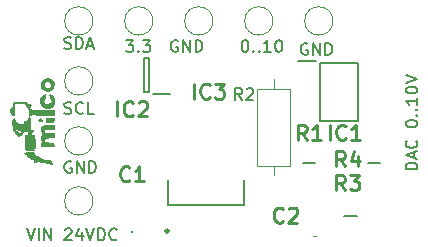
<source format=gbr>
%TF.GenerationSoftware,KiCad,Pcbnew,8.0.1*%
%TF.CreationDate,2024-04-29T14:13:33-04:00*%
%TF.ProjectId,kicad_pcb,6b696361-645f-4706-9362-2e6b69636164,rev?*%
%TF.SameCoordinates,Original*%
%TF.FileFunction,Legend,Top*%
%TF.FilePolarity,Positive*%
%FSLAX46Y46*%
G04 Gerber Fmt 4.6, Leading zero omitted, Abs format (unit mm)*
G04 Created by KiCad (PCBNEW 8.0.1) date 2024-04-29 14:13:33*
%MOMM*%
%LPD*%
G01*
G04 APERTURE LIST*
%ADD10C,0.150000*%
%ADD11C,0.254000*%
%ADD12C,0.120000*%
%ADD13C,0.000000*%
%ADD14C,0.200000*%
%ADD15C,0.250000*%
G04 APERTURE END LIST*
D10*
X145669819Y-85563220D02*
X144669819Y-85563220D01*
X144669819Y-85563220D02*
X144669819Y-85325125D01*
X144669819Y-85325125D02*
X144717438Y-85182268D01*
X144717438Y-85182268D02*
X144812676Y-85087030D01*
X144812676Y-85087030D02*
X144907914Y-85039411D01*
X144907914Y-85039411D02*
X145098390Y-84991792D01*
X145098390Y-84991792D02*
X145241247Y-84991792D01*
X145241247Y-84991792D02*
X145431723Y-85039411D01*
X145431723Y-85039411D02*
X145526961Y-85087030D01*
X145526961Y-85087030D02*
X145622200Y-85182268D01*
X145622200Y-85182268D02*
X145669819Y-85325125D01*
X145669819Y-85325125D02*
X145669819Y-85563220D01*
X145384104Y-84610839D02*
X145384104Y-84134649D01*
X145669819Y-84706077D02*
X144669819Y-84372744D01*
X144669819Y-84372744D02*
X145669819Y-84039411D01*
X145574580Y-83134649D02*
X145622200Y-83182268D01*
X145622200Y-83182268D02*
X145669819Y-83325125D01*
X145669819Y-83325125D02*
X145669819Y-83420363D01*
X145669819Y-83420363D02*
X145622200Y-83563220D01*
X145622200Y-83563220D02*
X145526961Y-83658458D01*
X145526961Y-83658458D02*
X145431723Y-83706077D01*
X145431723Y-83706077D02*
X145241247Y-83753696D01*
X145241247Y-83753696D02*
X145098390Y-83753696D01*
X145098390Y-83753696D02*
X144907914Y-83706077D01*
X144907914Y-83706077D02*
X144812676Y-83658458D01*
X144812676Y-83658458D02*
X144717438Y-83563220D01*
X144717438Y-83563220D02*
X144669819Y-83420363D01*
X144669819Y-83420363D02*
X144669819Y-83325125D01*
X144669819Y-83325125D02*
X144717438Y-83182268D01*
X144717438Y-83182268D02*
X144765057Y-83134649D01*
X144669819Y-81753696D02*
X144669819Y-81658458D01*
X144669819Y-81658458D02*
X144717438Y-81563220D01*
X144717438Y-81563220D02*
X144765057Y-81515601D01*
X144765057Y-81515601D02*
X144860295Y-81467982D01*
X144860295Y-81467982D02*
X145050771Y-81420363D01*
X145050771Y-81420363D02*
X145288866Y-81420363D01*
X145288866Y-81420363D02*
X145479342Y-81467982D01*
X145479342Y-81467982D02*
X145574580Y-81515601D01*
X145574580Y-81515601D02*
X145622200Y-81563220D01*
X145622200Y-81563220D02*
X145669819Y-81658458D01*
X145669819Y-81658458D02*
X145669819Y-81753696D01*
X145669819Y-81753696D02*
X145622200Y-81848934D01*
X145622200Y-81848934D02*
X145574580Y-81896553D01*
X145574580Y-81896553D02*
X145479342Y-81944172D01*
X145479342Y-81944172D02*
X145288866Y-81991791D01*
X145288866Y-81991791D02*
X145050771Y-81991791D01*
X145050771Y-81991791D02*
X144860295Y-81944172D01*
X144860295Y-81944172D02*
X144765057Y-81896553D01*
X144765057Y-81896553D02*
X144717438Y-81848934D01*
X144717438Y-81848934D02*
X144669819Y-81753696D01*
X145574580Y-80991791D02*
X145622200Y-80944172D01*
X145622200Y-80944172D02*
X145669819Y-80991791D01*
X145669819Y-80991791D02*
X145622200Y-81039410D01*
X145622200Y-81039410D02*
X145574580Y-80991791D01*
X145574580Y-80991791D02*
X145669819Y-80991791D01*
X145574580Y-80515601D02*
X145622200Y-80467982D01*
X145622200Y-80467982D02*
X145669819Y-80515601D01*
X145669819Y-80515601D02*
X145622200Y-80563220D01*
X145622200Y-80563220D02*
X145574580Y-80515601D01*
X145574580Y-80515601D02*
X145669819Y-80515601D01*
X145669819Y-79515602D02*
X145669819Y-80087030D01*
X145669819Y-79801316D02*
X144669819Y-79801316D01*
X144669819Y-79801316D02*
X144812676Y-79896554D01*
X144812676Y-79896554D02*
X144907914Y-79991792D01*
X144907914Y-79991792D02*
X144955533Y-80087030D01*
X144669819Y-78896554D02*
X144669819Y-78801316D01*
X144669819Y-78801316D02*
X144717438Y-78706078D01*
X144717438Y-78706078D02*
X144765057Y-78658459D01*
X144765057Y-78658459D02*
X144860295Y-78610840D01*
X144860295Y-78610840D02*
X145050771Y-78563221D01*
X145050771Y-78563221D02*
X145288866Y-78563221D01*
X145288866Y-78563221D02*
X145479342Y-78610840D01*
X145479342Y-78610840D02*
X145574580Y-78658459D01*
X145574580Y-78658459D02*
X145622200Y-78706078D01*
X145622200Y-78706078D02*
X145669819Y-78801316D01*
X145669819Y-78801316D02*
X145669819Y-78896554D01*
X145669819Y-78896554D02*
X145622200Y-78991792D01*
X145622200Y-78991792D02*
X145574580Y-79039411D01*
X145574580Y-79039411D02*
X145479342Y-79087030D01*
X145479342Y-79087030D02*
X145288866Y-79134649D01*
X145288866Y-79134649D02*
X145050771Y-79134649D01*
X145050771Y-79134649D02*
X144860295Y-79087030D01*
X144860295Y-79087030D02*
X144765057Y-79039411D01*
X144765057Y-79039411D02*
X144717438Y-78991792D01*
X144717438Y-78991792D02*
X144669819Y-78896554D01*
X144669819Y-78277506D02*
X145669819Y-77944173D01*
X145669819Y-77944173D02*
X144669819Y-77610840D01*
X125360588Y-74667438D02*
X125265350Y-74619819D01*
X125265350Y-74619819D02*
X125122493Y-74619819D01*
X125122493Y-74619819D02*
X124979636Y-74667438D01*
X124979636Y-74667438D02*
X124884398Y-74762676D01*
X124884398Y-74762676D02*
X124836779Y-74857914D01*
X124836779Y-74857914D02*
X124789160Y-75048390D01*
X124789160Y-75048390D02*
X124789160Y-75191247D01*
X124789160Y-75191247D02*
X124836779Y-75381723D01*
X124836779Y-75381723D02*
X124884398Y-75476961D01*
X124884398Y-75476961D02*
X124979636Y-75572200D01*
X124979636Y-75572200D02*
X125122493Y-75619819D01*
X125122493Y-75619819D02*
X125217731Y-75619819D01*
X125217731Y-75619819D02*
X125360588Y-75572200D01*
X125360588Y-75572200D02*
X125408207Y-75524580D01*
X125408207Y-75524580D02*
X125408207Y-75191247D01*
X125408207Y-75191247D02*
X125217731Y-75191247D01*
X125836779Y-75619819D02*
X125836779Y-74619819D01*
X125836779Y-74619819D02*
X126408207Y-75619819D01*
X126408207Y-75619819D02*
X126408207Y-74619819D01*
X126884398Y-75619819D02*
X126884398Y-74619819D01*
X126884398Y-74619819D02*
X127122493Y-74619819D01*
X127122493Y-74619819D02*
X127265350Y-74667438D01*
X127265350Y-74667438D02*
X127360588Y-74762676D01*
X127360588Y-74762676D02*
X127408207Y-74857914D01*
X127408207Y-74857914D02*
X127455826Y-75048390D01*
X127455826Y-75048390D02*
X127455826Y-75191247D01*
X127455826Y-75191247D02*
X127408207Y-75381723D01*
X127408207Y-75381723D02*
X127360588Y-75476961D01*
X127360588Y-75476961D02*
X127265350Y-75572200D01*
X127265350Y-75572200D02*
X127122493Y-75619819D01*
X127122493Y-75619819D02*
X126884398Y-75619819D01*
X136360588Y-74917438D02*
X136265350Y-74869819D01*
X136265350Y-74869819D02*
X136122493Y-74869819D01*
X136122493Y-74869819D02*
X135979636Y-74917438D01*
X135979636Y-74917438D02*
X135884398Y-75012676D01*
X135884398Y-75012676D02*
X135836779Y-75107914D01*
X135836779Y-75107914D02*
X135789160Y-75298390D01*
X135789160Y-75298390D02*
X135789160Y-75441247D01*
X135789160Y-75441247D02*
X135836779Y-75631723D01*
X135836779Y-75631723D02*
X135884398Y-75726961D01*
X135884398Y-75726961D02*
X135979636Y-75822200D01*
X135979636Y-75822200D02*
X136122493Y-75869819D01*
X136122493Y-75869819D02*
X136217731Y-75869819D01*
X136217731Y-75869819D02*
X136360588Y-75822200D01*
X136360588Y-75822200D02*
X136408207Y-75774580D01*
X136408207Y-75774580D02*
X136408207Y-75441247D01*
X136408207Y-75441247D02*
X136217731Y-75441247D01*
X136836779Y-75869819D02*
X136836779Y-74869819D01*
X136836779Y-74869819D02*
X137408207Y-75869819D01*
X137408207Y-75869819D02*
X137408207Y-74869819D01*
X137884398Y-75869819D02*
X137884398Y-74869819D01*
X137884398Y-74869819D02*
X138122493Y-74869819D01*
X138122493Y-74869819D02*
X138265350Y-74917438D01*
X138265350Y-74917438D02*
X138360588Y-75012676D01*
X138360588Y-75012676D02*
X138408207Y-75107914D01*
X138408207Y-75107914D02*
X138455826Y-75298390D01*
X138455826Y-75298390D02*
X138455826Y-75441247D01*
X138455826Y-75441247D02*
X138408207Y-75631723D01*
X138408207Y-75631723D02*
X138360588Y-75726961D01*
X138360588Y-75726961D02*
X138265350Y-75822200D01*
X138265350Y-75822200D02*
X138122493Y-75869819D01*
X138122493Y-75869819D02*
X137884398Y-75869819D01*
X131027255Y-74619819D02*
X131122493Y-74619819D01*
X131122493Y-74619819D02*
X131217731Y-74667438D01*
X131217731Y-74667438D02*
X131265350Y-74715057D01*
X131265350Y-74715057D02*
X131312969Y-74810295D01*
X131312969Y-74810295D02*
X131360588Y-75000771D01*
X131360588Y-75000771D02*
X131360588Y-75238866D01*
X131360588Y-75238866D02*
X131312969Y-75429342D01*
X131312969Y-75429342D02*
X131265350Y-75524580D01*
X131265350Y-75524580D02*
X131217731Y-75572200D01*
X131217731Y-75572200D02*
X131122493Y-75619819D01*
X131122493Y-75619819D02*
X131027255Y-75619819D01*
X131027255Y-75619819D02*
X130932017Y-75572200D01*
X130932017Y-75572200D02*
X130884398Y-75524580D01*
X130884398Y-75524580D02*
X130836779Y-75429342D01*
X130836779Y-75429342D02*
X130789160Y-75238866D01*
X130789160Y-75238866D02*
X130789160Y-75000771D01*
X130789160Y-75000771D02*
X130836779Y-74810295D01*
X130836779Y-74810295D02*
X130884398Y-74715057D01*
X130884398Y-74715057D02*
X130932017Y-74667438D01*
X130932017Y-74667438D02*
X131027255Y-74619819D01*
X131789160Y-75524580D02*
X131836779Y-75572200D01*
X131836779Y-75572200D02*
X131789160Y-75619819D01*
X131789160Y-75619819D02*
X131741541Y-75572200D01*
X131741541Y-75572200D02*
X131789160Y-75524580D01*
X131789160Y-75524580D02*
X131789160Y-75619819D01*
X132265350Y-75524580D02*
X132312969Y-75572200D01*
X132312969Y-75572200D02*
X132265350Y-75619819D01*
X132265350Y-75619819D02*
X132217731Y-75572200D01*
X132217731Y-75572200D02*
X132265350Y-75524580D01*
X132265350Y-75524580D02*
X132265350Y-75619819D01*
X133265349Y-75619819D02*
X132693921Y-75619819D01*
X132979635Y-75619819D02*
X132979635Y-74619819D01*
X132979635Y-74619819D02*
X132884397Y-74762676D01*
X132884397Y-74762676D02*
X132789159Y-74857914D01*
X132789159Y-74857914D02*
X132693921Y-74905533D01*
X133884397Y-74619819D02*
X133979635Y-74619819D01*
X133979635Y-74619819D02*
X134074873Y-74667438D01*
X134074873Y-74667438D02*
X134122492Y-74715057D01*
X134122492Y-74715057D02*
X134170111Y-74810295D01*
X134170111Y-74810295D02*
X134217730Y-75000771D01*
X134217730Y-75000771D02*
X134217730Y-75238866D01*
X134217730Y-75238866D02*
X134170111Y-75429342D01*
X134170111Y-75429342D02*
X134122492Y-75524580D01*
X134122492Y-75524580D02*
X134074873Y-75572200D01*
X134074873Y-75572200D02*
X133979635Y-75619819D01*
X133979635Y-75619819D02*
X133884397Y-75619819D01*
X133884397Y-75619819D02*
X133789159Y-75572200D01*
X133789159Y-75572200D02*
X133741540Y-75524580D01*
X133741540Y-75524580D02*
X133693921Y-75429342D01*
X133693921Y-75429342D02*
X133646302Y-75238866D01*
X133646302Y-75238866D02*
X133646302Y-75000771D01*
X133646302Y-75000771D02*
X133693921Y-74810295D01*
X133693921Y-74810295D02*
X133741540Y-74715057D01*
X133741540Y-74715057D02*
X133789159Y-74667438D01*
X133789159Y-74667438D02*
X133884397Y-74619819D01*
X120991541Y-74619819D02*
X121610588Y-74619819D01*
X121610588Y-74619819D02*
X121277255Y-75000771D01*
X121277255Y-75000771D02*
X121420112Y-75000771D01*
X121420112Y-75000771D02*
X121515350Y-75048390D01*
X121515350Y-75048390D02*
X121562969Y-75096009D01*
X121562969Y-75096009D02*
X121610588Y-75191247D01*
X121610588Y-75191247D02*
X121610588Y-75429342D01*
X121610588Y-75429342D02*
X121562969Y-75524580D01*
X121562969Y-75524580D02*
X121515350Y-75572200D01*
X121515350Y-75572200D02*
X121420112Y-75619819D01*
X121420112Y-75619819D02*
X121134398Y-75619819D01*
X121134398Y-75619819D02*
X121039160Y-75572200D01*
X121039160Y-75572200D02*
X120991541Y-75524580D01*
X122039160Y-75524580D02*
X122086779Y-75572200D01*
X122086779Y-75572200D02*
X122039160Y-75619819D01*
X122039160Y-75619819D02*
X121991541Y-75572200D01*
X121991541Y-75572200D02*
X122039160Y-75524580D01*
X122039160Y-75524580D02*
X122039160Y-75619819D01*
X122420112Y-74619819D02*
X123039159Y-74619819D01*
X123039159Y-74619819D02*
X122705826Y-75000771D01*
X122705826Y-75000771D02*
X122848683Y-75000771D01*
X122848683Y-75000771D02*
X122943921Y-75048390D01*
X122943921Y-75048390D02*
X122991540Y-75096009D01*
X122991540Y-75096009D02*
X123039159Y-75191247D01*
X123039159Y-75191247D02*
X123039159Y-75429342D01*
X123039159Y-75429342D02*
X122991540Y-75524580D01*
X122991540Y-75524580D02*
X122943921Y-75572200D01*
X122943921Y-75572200D02*
X122848683Y-75619819D01*
X122848683Y-75619819D02*
X122562969Y-75619819D01*
X122562969Y-75619819D02*
X122467731Y-75572200D01*
X122467731Y-75572200D02*
X122420112Y-75524580D01*
X112593922Y-90569819D02*
X112927255Y-91569819D01*
X112927255Y-91569819D02*
X113260588Y-90569819D01*
X113593922Y-91569819D02*
X113593922Y-90569819D01*
X114070112Y-91569819D02*
X114070112Y-90569819D01*
X114070112Y-90569819D02*
X114641540Y-91569819D01*
X114641540Y-91569819D02*
X114641540Y-90569819D01*
X115832017Y-90665057D02*
X115879636Y-90617438D01*
X115879636Y-90617438D02*
X115974874Y-90569819D01*
X115974874Y-90569819D02*
X116212969Y-90569819D01*
X116212969Y-90569819D02*
X116308207Y-90617438D01*
X116308207Y-90617438D02*
X116355826Y-90665057D01*
X116355826Y-90665057D02*
X116403445Y-90760295D01*
X116403445Y-90760295D02*
X116403445Y-90855533D01*
X116403445Y-90855533D02*
X116355826Y-90998390D01*
X116355826Y-90998390D02*
X115784398Y-91569819D01*
X115784398Y-91569819D02*
X116403445Y-91569819D01*
X117260588Y-90903152D02*
X117260588Y-91569819D01*
X117022493Y-90522200D02*
X116784398Y-91236485D01*
X116784398Y-91236485D02*
X117403445Y-91236485D01*
X117641541Y-90569819D02*
X117974874Y-91569819D01*
X117974874Y-91569819D02*
X118308207Y-90569819D01*
X118641541Y-91569819D02*
X118641541Y-90569819D01*
X118641541Y-90569819D02*
X118879636Y-90569819D01*
X118879636Y-90569819D02*
X119022493Y-90617438D01*
X119022493Y-90617438D02*
X119117731Y-90712676D01*
X119117731Y-90712676D02*
X119165350Y-90807914D01*
X119165350Y-90807914D02*
X119212969Y-90998390D01*
X119212969Y-90998390D02*
X119212969Y-91141247D01*
X119212969Y-91141247D02*
X119165350Y-91331723D01*
X119165350Y-91331723D02*
X119117731Y-91426961D01*
X119117731Y-91426961D02*
X119022493Y-91522200D01*
X119022493Y-91522200D02*
X118879636Y-91569819D01*
X118879636Y-91569819D02*
X118641541Y-91569819D01*
X120212969Y-91474580D02*
X120165350Y-91522200D01*
X120165350Y-91522200D02*
X120022493Y-91569819D01*
X120022493Y-91569819D02*
X119927255Y-91569819D01*
X119927255Y-91569819D02*
X119784398Y-91522200D01*
X119784398Y-91522200D02*
X119689160Y-91426961D01*
X119689160Y-91426961D02*
X119641541Y-91331723D01*
X119641541Y-91331723D02*
X119593922Y-91141247D01*
X119593922Y-91141247D02*
X119593922Y-90998390D01*
X119593922Y-90998390D02*
X119641541Y-90807914D01*
X119641541Y-90807914D02*
X119689160Y-90712676D01*
X119689160Y-90712676D02*
X119784398Y-90617438D01*
X119784398Y-90617438D02*
X119927255Y-90569819D01*
X119927255Y-90569819D02*
X120022493Y-90569819D01*
X120022493Y-90569819D02*
X120165350Y-90617438D01*
X120165350Y-90617438D02*
X120212969Y-90665057D01*
X116360588Y-84917438D02*
X116265350Y-84869819D01*
X116265350Y-84869819D02*
X116122493Y-84869819D01*
X116122493Y-84869819D02*
X115979636Y-84917438D01*
X115979636Y-84917438D02*
X115884398Y-85012676D01*
X115884398Y-85012676D02*
X115836779Y-85107914D01*
X115836779Y-85107914D02*
X115789160Y-85298390D01*
X115789160Y-85298390D02*
X115789160Y-85441247D01*
X115789160Y-85441247D02*
X115836779Y-85631723D01*
X115836779Y-85631723D02*
X115884398Y-85726961D01*
X115884398Y-85726961D02*
X115979636Y-85822200D01*
X115979636Y-85822200D02*
X116122493Y-85869819D01*
X116122493Y-85869819D02*
X116217731Y-85869819D01*
X116217731Y-85869819D02*
X116360588Y-85822200D01*
X116360588Y-85822200D02*
X116408207Y-85774580D01*
X116408207Y-85774580D02*
X116408207Y-85441247D01*
X116408207Y-85441247D02*
X116217731Y-85441247D01*
X116836779Y-85869819D02*
X116836779Y-84869819D01*
X116836779Y-84869819D02*
X117408207Y-85869819D01*
X117408207Y-85869819D02*
X117408207Y-84869819D01*
X117884398Y-85869819D02*
X117884398Y-84869819D01*
X117884398Y-84869819D02*
X118122493Y-84869819D01*
X118122493Y-84869819D02*
X118265350Y-84917438D01*
X118265350Y-84917438D02*
X118360588Y-85012676D01*
X118360588Y-85012676D02*
X118408207Y-85107914D01*
X118408207Y-85107914D02*
X118455826Y-85298390D01*
X118455826Y-85298390D02*
X118455826Y-85441247D01*
X118455826Y-85441247D02*
X118408207Y-85631723D01*
X118408207Y-85631723D02*
X118360588Y-85726961D01*
X118360588Y-85726961D02*
X118265350Y-85822200D01*
X118265350Y-85822200D02*
X118122493Y-85869819D01*
X118122493Y-85869819D02*
X117884398Y-85869819D01*
X115789160Y-80822200D02*
X115932017Y-80869819D01*
X115932017Y-80869819D02*
X116170112Y-80869819D01*
X116170112Y-80869819D02*
X116265350Y-80822200D01*
X116265350Y-80822200D02*
X116312969Y-80774580D01*
X116312969Y-80774580D02*
X116360588Y-80679342D01*
X116360588Y-80679342D02*
X116360588Y-80584104D01*
X116360588Y-80584104D02*
X116312969Y-80488866D01*
X116312969Y-80488866D02*
X116265350Y-80441247D01*
X116265350Y-80441247D02*
X116170112Y-80393628D01*
X116170112Y-80393628D02*
X115979636Y-80346009D01*
X115979636Y-80346009D02*
X115884398Y-80298390D01*
X115884398Y-80298390D02*
X115836779Y-80250771D01*
X115836779Y-80250771D02*
X115789160Y-80155533D01*
X115789160Y-80155533D02*
X115789160Y-80060295D01*
X115789160Y-80060295D02*
X115836779Y-79965057D01*
X115836779Y-79965057D02*
X115884398Y-79917438D01*
X115884398Y-79917438D02*
X115979636Y-79869819D01*
X115979636Y-79869819D02*
X116217731Y-79869819D01*
X116217731Y-79869819D02*
X116360588Y-79917438D01*
X117360588Y-80774580D02*
X117312969Y-80822200D01*
X117312969Y-80822200D02*
X117170112Y-80869819D01*
X117170112Y-80869819D02*
X117074874Y-80869819D01*
X117074874Y-80869819D02*
X116932017Y-80822200D01*
X116932017Y-80822200D02*
X116836779Y-80726961D01*
X116836779Y-80726961D02*
X116789160Y-80631723D01*
X116789160Y-80631723D02*
X116741541Y-80441247D01*
X116741541Y-80441247D02*
X116741541Y-80298390D01*
X116741541Y-80298390D02*
X116789160Y-80107914D01*
X116789160Y-80107914D02*
X116836779Y-80012676D01*
X116836779Y-80012676D02*
X116932017Y-79917438D01*
X116932017Y-79917438D02*
X117074874Y-79869819D01*
X117074874Y-79869819D02*
X117170112Y-79869819D01*
X117170112Y-79869819D02*
X117312969Y-79917438D01*
X117312969Y-79917438D02*
X117360588Y-79965057D01*
X118265350Y-80869819D02*
X117789160Y-80869819D01*
X117789160Y-80869819D02*
X117789160Y-79869819D01*
X115789160Y-75322200D02*
X115932017Y-75369819D01*
X115932017Y-75369819D02*
X116170112Y-75369819D01*
X116170112Y-75369819D02*
X116265350Y-75322200D01*
X116265350Y-75322200D02*
X116312969Y-75274580D01*
X116312969Y-75274580D02*
X116360588Y-75179342D01*
X116360588Y-75179342D02*
X116360588Y-75084104D01*
X116360588Y-75084104D02*
X116312969Y-74988866D01*
X116312969Y-74988866D02*
X116265350Y-74941247D01*
X116265350Y-74941247D02*
X116170112Y-74893628D01*
X116170112Y-74893628D02*
X115979636Y-74846009D01*
X115979636Y-74846009D02*
X115884398Y-74798390D01*
X115884398Y-74798390D02*
X115836779Y-74750771D01*
X115836779Y-74750771D02*
X115789160Y-74655533D01*
X115789160Y-74655533D02*
X115789160Y-74560295D01*
X115789160Y-74560295D02*
X115836779Y-74465057D01*
X115836779Y-74465057D02*
X115884398Y-74417438D01*
X115884398Y-74417438D02*
X115979636Y-74369819D01*
X115979636Y-74369819D02*
X116217731Y-74369819D01*
X116217731Y-74369819D02*
X116360588Y-74417438D01*
X116789160Y-75369819D02*
X116789160Y-74369819D01*
X116789160Y-74369819D02*
X117027255Y-74369819D01*
X117027255Y-74369819D02*
X117170112Y-74417438D01*
X117170112Y-74417438D02*
X117265350Y-74512676D01*
X117265350Y-74512676D02*
X117312969Y-74607914D01*
X117312969Y-74607914D02*
X117360588Y-74798390D01*
X117360588Y-74798390D02*
X117360588Y-74941247D01*
X117360588Y-74941247D02*
X117312969Y-75131723D01*
X117312969Y-75131723D02*
X117265350Y-75226961D01*
X117265350Y-75226961D02*
X117170112Y-75322200D01*
X117170112Y-75322200D02*
X117027255Y-75369819D01*
X117027255Y-75369819D02*
X116789160Y-75369819D01*
X117741541Y-75084104D02*
X118217731Y-75084104D01*
X117646303Y-75369819D02*
X117979636Y-74369819D01*
X117979636Y-74369819D02*
X118312969Y-75369819D01*
D11*
X138260237Y-83074318D02*
X138260237Y-81804318D01*
X139590714Y-82953365D02*
X139530238Y-83013842D01*
X139530238Y-83013842D02*
X139348809Y-83074318D01*
X139348809Y-83074318D02*
X139227857Y-83074318D01*
X139227857Y-83074318D02*
X139046428Y-83013842D01*
X139046428Y-83013842D02*
X138925476Y-82892889D01*
X138925476Y-82892889D02*
X138864999Y-82771937D01*
X138864999Y-82771937D02*
X138804523Y-82530032D01*
X138804523Y-82530032D02*
X138804523Y-82348603D01*
X138804523Y-82348603D02*
X138864999Y-82106699D01*
X138864999Y-82106699D02*
X138925476Y-81985746D01*
X138925476Y-81985746D02*
X139046428Y-81864794D01*
X139046428Y-81864794D02*
X139227857Y-81804318D01*
X139227857Y-81804318D02*
X139348809Y-81804318D01*
X139348809Y-81804318D02*
X139530238Y-81864794D01*
X139530238Y-81864794D02*
X139590714Y-81925270D01*
X140800238Y-83074318D02*
X140074523Y-83074318D01*
X140437380Y-83074318D02*
X140437380Y-81804318D01*
X140437380Y-81804318D02*
X140316428Y-81985746D01*
X140316428Y-81985746D02*
X140195476Y-82106699D01*
X140195476Y-82106699D02*
X140074523Y-82167175D01*
X120260237Y-81074318D02*
X120260237Y-79804318D01*
X121590714Y-80953365D02*
X121530238Y-81013842D01*
X121530238Y-81013842D02*
X121348809Y-81074318D01*
X121348809Y-81074318D02*
X121227857Y-81074318D01*
X121227857Y-81074318D02*
X121046428Y-81013842D01*
X121046428Y-81013842D02*
X120925476Y-80892889D01*
X120925476Y-80892889D02*
X120864999Y-80771937D01*
X120864999Y-80771937D02*
X120804523Y-80530032D01*
X120804523Y-80530032D02*
X120804523Y-80348603D01*
X120804523Y-80348603D02*
X120864999Y-80106699D01*
X120864999Y-80106699D02*
X120925476Y-79985746D01*
X120925476Y-79985746D02*
X121046428Y-79864794D01*
X121046428Y-79864794D02*
X121227857Y-79804318D01*
X121227857Y-79804318D02*
X121348809Y-79804318D01*
X121348809Y-79804318D02*
X121530238Y-79864794D01*
X121530238Y-79864794D02*
X121590714Y-79925270D01*
X122074523Y-79925270D02*
X122134999Y-79864794D01*
X122134999Y-79864794D02*
X122255952Y-79804318D01*
X122255952Y-79804318D02*
X122558333Y-79804318D01*
X122558333Y-79804318D02*
X122679285Y-79864794D01*
X122679285Y-79864794D02*
X122739761Y-79925270D01*
X122739761Y-79925270D02*
X122800238Y-80046222D01*
X122800238Y-80046222D02*
X122800238Y-80167175D01*
X122800238Y-80167175D02*
X122739761Y-80348603D01*
X122739761Y-80348603D02*
X122014047Y-81074318D01*
X122014047Y-81074318D02*
X122800238Y-81074318D01*
X139538333Y-85324318D02*
X139114999Y-84719556D01*
X138812618Y-85324318D02*
X138812618Y-84054318D01*
X138812618Y-84054318D02*
X139296428Y-84054318D01*
X139296428Y-84054318D02*
X139417380Y-84114794D01*
X139417380Y-84114794D02*
X139477857Y-84175270D01*
X139477857Y-84175270D02*
X139538333Y-84296222D01*
X139538333Y-84296222D02*
X139538333Y-84477651D01*
X139538333Y-84477651D02*
X139477857Y-84598603D01*
X139477857Y-84598603D02*
X139417380Y-84659080D01*
X139417380Y-84659080D02*
X139296428Y-84719556D01*
X139296428Y-84719556D02*
X138812618Y-84719556D01*
X140626904Y-84477651D02*
X140626904Y-85324318D01*
X140324523Y-83993842D02*
X140022142Y-84900984D01*
X140022142Y-84900984D02*
X140808333Y-84900984D01*
X139538333Y-87324318D02*
X139114999Y-86719556D01*
X138812618Y-87324318D02*
X138812618Y-86054318D01*
X138812618Y-86054318D02*
X139296428Y-86054318D01*
X139296428Y-86054318D02*
X139417380Y-86114794D01*
X139417380Y-86114794D02*
X139477857Y-86175270D01*
X139477857Y-86175270D02*
X139538333Y-86296222D01*
X139538333Y-86296222D02*
X139538333Y-86477651D01*
X139538333Y-86477651D02*
X139477857Y-86598603D01*
X139477857Y-86598603D02*
X139417380Y-86659080D01*
X139417380Y-86659080D02*
X139296428Y-86719556D01*
X139296428Y-86719556D02*
X138812618Y-86719556D01*
X139961666Y-86054318D02*
X140747857Y-86054318D01*
X140747857Y-86054318D02*
X140324523Y-86538127D01*
X140324523Y-86538127D02*
X140505952Y-86538127D01*
X140505952Y-86538127D02*
X140626904Y-86598603D01*
X140626904Y-86598603D02*
X140687380Y-86659080D01*
X140687380Y-86659080D02*
X140747857Y-86780032D01*
X140747857Y-86780032D02*
X140747857Y-87082413D01*
X140747857Y-87082413D02*
X140687380Y-87203365D01*
X140687380Y-87203365D02*
X140626904Y-87263842D01*
X140626904Y-87263842D02*
X140505952Y-87324318D01*
X140505952Y-87324318D02*
X140143095Y-87324318D01*
X140143095Y-87324318D02*
X140022142Y-87263842D01*
X140022142Y-87263842D02*
X139961666Y-87203365D01*
D10*
X130833333Y-79704819D02*
X130500000Y-79228628D01*
X130261905Y-79704819D02*
X130261905Y-78704819D01*
X130261905Y-78704819D02*
X130642857Y-78704819D01*
X130642857Y-78704819D02*
X130738095Y-78752438D01*
X130738095Y-78752438D02*
X130785714Y-78800057D01*
X130785714Y-78800057D02*
X130833333Y-78895295D01*
X130833333Y-78895295D02*
X130833333Y-79038152D01*
X130833333Y-79038152D02*
X130785714Y-79133390D01*
X130785714Y-79133390D02*
X130738095Y-79181009D01*
X130738095Y-79181009D02*
X130642857Y-79228628D01*
X130642857Y-79228628D02*
X130261905Y-79228628D01*
X131214286Y-78800057D02*
X131261905Y-78752438D01*
X131261905Y-78752438D02*
X131357143Y-78704819D01*
X131357143Y-78704819D02*
X131595238Y-78704819D01*
X131595238Y-78704819D02*
X131690476Y-78752438D01*
X131690476Y-78752438D02*
X131738095Y-78800057D01*
X131738095Y-78800057D02*
X131785714Y-78895295D01*
X131785714Y-78895295D02*
X131785714Y-78990533D01*
X131785714Y-78990533D02*
X131738095Y-79133390D01*
X131738095Y-79133390D02*
X131166667Y-79704819D01*
X131166667Y-79704819D02*
X131785714Y-79704819D01*
D11*
X136288333Y-83074318D02*
X135864999Y-82469556D01*
X135562618Y-83074318D02*
X135562618Y-81804318D01*
X135562618Y-81804318D02*
X136046428Y-81804318D01*
X136046428Y-81804318D02*
X136167380Y-81864794D01*
X136167380Y-81864794D02*
X136227857Y-81925270D01*
X136227857Y-81925270D02*
X136288333Y-82046222D01*
X136288333Y-82046222D02*
X136288333Y-82227651D01*
X136288333Y-82227651D02*
X136227857Y-82348603D01*
X136227857Y-82348603D02*
X136167380Y-82409080D01*
X136167380Y-82409080D02*
X136046428Y-82469556D01*
X136046428Y-82469556D02*
X135562618Y-82469556D01*
X137497857Y-83074318D02*
X136772142Y-83074318D01*
X137134999Y-83074318D02*
X137134999Y-81804318D01*
X137134999Y-81804318D02*
X137014047Y-81985746D01*
X137014047Y-81985746D02*
X136893095Y-82106699D01*
X136893095Y-82106699D02*
X136772142Y-82167175D01*
X126760237Y-79574318D02*
X126760237Y-78304318D01*
X128090714Y-79453365D02*
X128030238Y-79513842D01*
X128030238Y-79513842D02*
X127848809Y-79574318D01*
X127848809Y-79574318D02*
X127727857Y-79574318D01*
X127727857Y-79574318D02*
X127546428Y-79513842D01*
X127546428Y-79513842D02*
X127425476Y-79392889D01*
X127425476Y-79392889D02*
X127364999Y-79271937D01*
X127364999Y-79271937D02*
X127304523Y-79030032D01*
X127304523Y-79030032D02*
X127304523Y-78848603D01*
X127304523Y-78848603D02*
X127364999Y-78606699D01*
X127364999Y-78606699D02*
X127425476Y-78485746D01*
X127425476Y-78485746D02*
X127546428Y-78364794D01*
X127546428Y-78364794D02*
X127727857Y-78304318D01*
X127727857Y-78304318D02*
X127848809Y-78304318D01*
X127848809Y-78304318D02*
X128030238Y-78364794D01*
X128030238Y-78364794D02*
X128090714Y-78425270D01*
X128514047Y-78304318D02*
X129300238Y-78304318D01*
X129300238Y-78304318D02*
X128876904Y-78788127D01*
X128876904Y-78788127D02*
X129058333Y-78788127D01*
X129058333Y-78788127D02*
X129179285Y-78848603D01*
X129179285Y-78848603D02*
X129239761Y-78909080D01*
X129239761Y-78909080D02*
X129300238Y-79030032D01*
X129300238Y-79030032D02*
X129300238Y-79332413D01*
X129300238Y-79332413D02*
X129239761Y-79453365D01*
X129239761Y-79453365D02*
X129179285Y-79513842D01*
X129179285Y-79513842D02*
X129058333Y-79574318D01*
X129058333Y-79574318D02*
X128695476Y-79574318D01*
X128695476Y-79574318D02*
X128574523Y-79513842D01*
X128574523Y-79513842D02*
X128514047Y-79453365D01*
X134288333Y-89953365D02*
X134227857Y-90013842D01*
X134227857Y-90013842D02*
X134046428Y-90074318D01*
X134046428Y-90074318D02*
X133925476Y-90074318D01*
X133925476Y-90074318D02*
X133744047Y-90013842D01*
X133744047Y-90013842D02*
X133623095Y-89892889D01*
X133623095Y-89892889D02*
X133562618Y-89771937D01*
X133562618Y-89771937D02*
X133502142Y-89530032D01*
X133502142Y-89530032D02*
X133502142Y-89348603D01*
X133502142Y-89348603D02*
X133562618Y-89106699D01*
X133562618Y-89106699D02*
X133623095Y-88985746D01*
X133623095Y-88985746D02*
X133744047Y-88864794D01*
X133744047Y-88864794D02*
X133925476Y-88804318D01*
X133925476Y-88804318D02*
X134046428Y-88804318D01*
X134046428Y-88804318D02*
X134227857Y-88864794D01*
X134227857Y-88864794D02*
X134288333Y-88925270D01*
X134772142Y-88925270D02*
X134832618Y-88864794D01*
X134832618Y-88864794D02*
X134953571Y-88804318D01*
X134953571Y-88804318D02*
X135255952Y-88804318D01*
X135255952Y-88804318D02*
X135376904Y-88864794D01*
X135376904Y-88864794D02*
X135437380Y-88925270D01*
X135437380Y-88925270D02*
X135497857Y-89046222D01*
X135497857Y-89046222D02*
X135497857Y-89167175D01*
X135497857Y-89167175D02*
X135437380Y-89348603D01*
X135437380Y-89348603D02*
X134711666Y-90074318D01*
X134711666Y-90074318D02*
X135497857Y-90074318D01*
X121288333Y-86453365D02*
X121227857Y-86513842D01*
X121227857Y-86513842D02*
X121046428Y-86574318D01*
X121046428Y-86574318D02*
X120925476Y-86574318D01*
X120925476Y-86574318D02*
X120744047Y-86513842D01*
X120744047Y-86513842D02*
X120623095Y-86392889D01*
X120623095Y-86392889D02*
X120562618Y-86271937D01*
X120562618Y-86271937D02*
X120502142Y-86030032D01*
X120502142Y-86030032D02*
X120502142Y-85848603D01*
X120502142Y-85848603D02*
X120562618Y-85606699D01*
X120562618Y-85606699D02*
X120623095Y-85485746D01*
X120623095Y-85485746D02*
X120744047Y-85364794D01*
X120744047Y-85364794D02*
X120925476Y-85304318D01*
X120925476Y-85304318D02*
X121046428Y-85304318D01*
X121046428Y-85304318D02*
X121227857Y-85364794D01*
X121227857Y-85364794D02*
X121288333Y-85425270D01*
X122497857Y-86574318D02*
X121772142Y-86574318D01*
X122134999Y-86574318D02*
X122134999Y-85304318D01*
X122134999Y-85304318D02*
X122014047Y-85485746D01*
X122014047Y-85485746D02*
X121893095Y-85606699D01*
X121893095Y-85606699D02*
X121772142Y-85667175D01*
D12*
%TO.C,TP8*%
X128360000Y-73000000D02*
G75*
G02*
X125960000Y-73000000I-1200000J0D01*
G01*
X125960000Y-73000000D02*
G75*
G02*
X128360000Y-73000000I1200000J0D01*
G01*
%TO.C,TP7*%
X138520000Y-73000000D02*
G75*
G02*
X136120000Y-73000000I-1200000J0D01*
G01*
X136120000Y-73000000D02*
G75*
G02*
X138520000Y-73000000I1200000J0D01*
G01*
%TO.C,TP6*%
X133440000Y-73000000D02*
G75*
G02*
X131040000Y-73000000I-1200000J0D01*
G01*
X131040000Y-73000000D02*
G75*
G02*
X133440000Y-73000000I1200000J0D01*
G01*
%TO.C,TP5*%
X118200000Y-83160000D02*
G75*
G02*
X115800000Y-83160000I-1200000J0D01*
G01*
X115800000Y-83160000D02*
G75*
G02*
X118200000Y-83160000I1200000J0D01*
G01*
%TO.C,TP4*%
X118200000Y-73000000D02*
G75*
G02*
X115800000Y-73000000I-1200000J0D01*
G01*
X115800000Y-73000000D02*
G75*
G02*
X118200000Y-73000000I1200000J0D01*
G01*
%TO.C,TP3*%
X118200000Y-78080000D02*
G75*
G02*
X115800000Y-78080000I-1200000J0D01*
G01*
X115800000Y-78080000D02*
G75*
G02*
X118200000Y-78080000I1200000J0D01*
G01*
%TO.C,TP2*%
X123280000Y-73000000D02*
G75*
G02*
X120880000Y-73000000I-1200000J0D01*
G01*
X120880000Y-73000000D02*
G75*
G02*
X123280000Y-73000000I1200000J0D01*
G01*
%TO.C,TP1*%
X118200000Y-88240000D02*
G75*
G02*
X115800000Y-88240000I-1200000J0D01*
G01*
X115800000Y-88240000D02*
G75*
G02*
X118200000Y-88240000I1200000J0D01*
G01*
D13*
%TO.C,G\u002A\u002A\u002A*%
G36*
X113868763Y-81279115D02*
G01*
X113955689Y-81370813D01*
X113966004Y-81409710D01*
X113940292Y-81530297D01*
X113849382Y-81583845D01*
X113715624Y-81581922D01*
X113619167Y-81509292D01*
X113590606Y-81401074D01*
X113624780Y-81326034D01*
X113741237Y-81259965D01*
X113868763Y-81279115D01*
G37*
G36*
X114947553Y-81389658D02*
G01*
X114936463Y-81539446D01*
X114909526Y-81629402D01*
X114907140Y-81632140D01*
X114828215Y-81654844D01*
X114669316Y-81669505D01*
X114543417Y-81672554D01*
X114220107Y-81672554D01*
X114220107Y-81187589D01*
X114947553Y-81187589D01*
X114947553Y-81389658D01*
G37*
G36*
X114515170Y-77826847D02*
G01*
X114715262Y-77914706D01*
X114874122Y-78063011D01*
X114975639Y-78252659D01*
X115003700Y-78464547D01*
X114942195Y-78679572D01*
X114830976Y-78828052D01*
X114624428Y-78963102D01*
X114390001Y-79008118D01*
X114320883Y-78996974D01*
X114157748Y-78970671D01*
X113957725Y-78858327D01*
X113819985Y-78678657D01*
X113783539Y-78564265D01*
X113787939Y-78345690D01*
X114126870Y-78345690D01*
X114134118Y-78493215D01*
X114211191Y-78598933D01*
X114320883Y-78682766D01*
X114429533Y-78678499D01*
X114490330Y-78653728D01*
X114611175Y-78543696D01*
X114644914Y-78392630D01*
X114584652Y-78247506D01*
X114554307Y-78217837D01*
X114414942Y-78170351D01*
X114260222Y-78204855D01*
X114145442Y-78304810D01*
X114126870Y-78345690D01*
X113787939Y-78345690D01*
X113788706Y-78307577D01*
X113889167Y-78072531D01*
X114055732Y-77908874D01*
X114289956Y-77818535D01*
X114515170Y-77826847D01*
G37*
G36*
X114753591Y-79241177D02*
G01*
X114889272Y-79384234D01*
X114975971Y-79587576D01*
X115003742Y-79822494D01*
X114962638Y-80060282D01*
X114917265Y-80163827D01*
X114762930Y-80332191D01*
X114545716Y-80424751D01*
X114299472Y-80438802D01*
X114058044Y-80371640D01*
X113879921Y-80246709D01*
X113782807Y-80115370D01*
X113741793Y-79948589D01*
X113737071Y-79811228D01*
X113753069Y-79617614D01*
X113791259Y-79464994D01*
X113812847Y-79424341D01*
X113913627Y-79330365D01*
X114049770Y-79240450D01*
X114166220Y-79189612D01*
X114185812Y-79187112D01*
X114218754Y-79237465D01*
X114221015Y-79358433D01*
X114197984Y-79504881D01*
X114155050Y-79631674D01*
X114127715Y-79673691D01*
X114067481Y-79801361D01*
X114103806Y-79914558D01*
X114212056Y-79995504D01*
X114367593Y-80026422D01*
X114545782Y-79989536D01*
X114557990Y-79984172D01*
X114667669Y-79891348D01*
X114702756Y-79773578D01*
X114655942Y-79674348D01*
X114614141Y-79650154D01*
X114560322Y-79580833D01*
X114528385Y-79453174D01*
X114521932Y-79314461D01*
X114544564Y-79211979D01*
X114578872Y-79187112D01*
X114753591Y-79241177D01*
G37*
G36*
X114947553Y-82218138D02*
G01*
X114557098Y-82218138D01*
X114312130Y-82227108D01*
X114171127Y-82259348D01*
X114117776Y-82322855D01*
X114135465Y-82424840D01*
X114187456Y-82480603D01*
X114306009Y-82510789D01*
X114516093Y-82521065D01*
X114560006Y-82521241D01*
X114947553Y-82521241D01*
X114947553Y-82945585D01*
X114591253Y-82945585D01*
X114347416Y-82959485D01*
X114200520Y-83004371D01*
X114154042Y-83043075D01*
X114120466Y-83146341D01*
X114194123Y-83230175D01*
X114361588Y-83287000D01*
X114609436Y-83309239D01*
X114625727Y-83309308D01*
X114812117Y-83312678D01*
X114907639Y-83334230D01*
X114942661Y-83391124D01*
X114947553Y-83491169D01*
X114947553Y-83673031D01*
X113795764Y-83673031D01*
X113795764Y-83496221D01*
X113818999Y-83360591D01*
X113871539Y-83291627D01*
X113916915Y-83251147D01*
X113871539Y-83183520D01*
X113814106Y-83056968D01*
X113798225Y-82883325D01*
X113825018Y-82724098D01*
X113862000Y-82661114D01*
X113897051Y-82567118D01*
X113862000Y-82471114D01*
X113812618Y-82317677D01*
X113795764Y-82164941D01*
X113829191Y-81997705D01*
X113938079Y-81884706D01*
X114135338Y-81819201D01*
X114433879Y-81794448D01*
X114506388Y-81793795D01*
X114947553Y-81793795D01*
X114947553Y-82218138D01*
G37*
G36*
X113082355Y-84099254D02*
G01*
X113218135Y-84111094D01*
X113286242Y-84142198D01*
X113313457Y-84201871D01*
X113321928Y-84260578D01*
X113363184Y-84382924D01*
X113473649Y-84454375D01*
X113553187Y-84478386D01*
X113701672Y-84524734D01*
X113790297Y-84567486D01*
X113795669Y-84572820D01*
X113937135Y-84675729D01*
X114157653Y-84743718D01*
X114379308Y-84764200D01*
X114624247Y-84798933D01*
X114771784Y-84904272D01*
X114824282Y-85081927D01*
X114824384Y-85086543D01*
X114792692Y-85167759D01*
X114720227Y-85165927D01*
X114384868Y-85076319D01*
X114149293Y-85032011D01*
X114001681Y-85030932D01*
X113979746Y-85036320D01*
X113869095Y-85038316D01*
X113827598Y-85009148D01*
X113739113Y-84956842D01*
X113609483Y-84950700D01*
X113501271Y-84988470D01*
X113475196Y-85021838D01*
X113416723Y-85066622D01*
X113329154Y-85028146D01*
X113241535Y-84929537D01*
X113182913Y-84793926D01*
X113181575Y-84788028D01*
X113153873Y-84697698D01*
X113136956Y-84709517D01*
X113136110Y-84718735D01*
X113099502Y-84812117D01*
X113026408Y-84803458D01*
X112947076Y-84703580D01*
X112847071Y-84606457D01*
X112763082Y-84582339D01*
X112662528Y-84537879D01*
X112643974Y-84468168D01*
X112592772Y-84361496D01*
X112522732Y-84322292D01*
X112424141Y-84255959D01*
X112401491Y-84193981D01*
X112421611Y-84143383D01*
X112497454Y-84113755D01*
X112652246Y-84100118D01*
X112852119Y-84097375D01*
X113082355Y-84099254D01*
G37*
G36*
X112174164Y-79843237D02*
G01*
X112441601Y-79857753D01*
X112606517Y-79879767D01*
X112687576Y-79913011D01*
X112704594Y-79949323D01*
X112757378Y-80017638D01*
X112856145Y-80035799D01*
X112972330Y-80072727D01*
X113011213Y-80155672D01*
X112954899Y-80242877D01*
X112947076Y-80247971D01*
X112894831Y-80334098D01*
X112886456Y-80394334D01*
X112906380Y-80455373D01*
X112982518Y-80495998D01*
X113139417Y-80525060D01*
X113295644Y-80541877D01*
X113543806Y-80559160D01*
X113859898Y-80572557D01*
X114190625Y-80580049D01*
X114326193Y-80580953D01*
X114947553Y-80581384D01*
X114947553Y-81060851D01*
X113917005Y-81023827D01*
X113541737Y-81010928D01*
X113270691Y-81004236D01*
X113086943Y-81005090D01*
X112973570Y-81014830D01*
X112913650Y-81034795D01*
X112890260Y-81066323D01*
X112886456Y-81105383D01*
X112916763Y-81236692D01*
X112949898Y-81287404D01*
X112981438Y-81383216D01*
X112973700Y-81575869D01*
X112951831Y-81732788D01*
X112918741Y-81974054D01*
X112918737Y-82120026D01*
X112957459Y-82193502D01*
X113040546Y-82217281D01*
X113071895Y-82218138D01*
X113170661Y-82262736D01*
X113189558Y-82339379D01*
X113164172Y-82437886D01*
X113128938Y-82460620D01*
X113075156Y-82509720D01*
X113068317Y-82551551D01*
X113118523Y-82626126D01*
X113185196Y-82642482D01*
X113257940Y-82664404D01*
X113303873Y-82748392D01*
X113336408Y-82921775D01*
X113341403Y-82960740D01*
X113361181Y-83209790D01*
X113364828Y-83463499D01*
X113360921Y-83549374D01*
X113337491Y-83724398D01*
X113287031Y-83815986D01*
X113189558Y-83861589D01*
X113088075Y-83892396D01*
X113100030Y-83904943D01*
X113174403Y-83909470D01*
X113280989Y-83937096D01*
X113310799Y-83976134D01*
X113255834Y-84015202D01*
X113110288Y-84033432D01*
X112903185Y-84029836D01*
X112663549Y-84003423D01*
X112636600Y-83999108D01*
X112417054Y-83962796D01*
X112424428Y-83287484D01*
X112428553Y-82994301D01*
X112436251Y-82801998D01*
X112451979Y-82690218D01*
X112480198Y-82638603D01*
X112525367Y-82626795D01*
X112568198Y-82631137D01*
X112675088Y-82619167D01*
X112704594Y-82525586D01*
X112704594Y-82525051D01*
X112681238Y-82437975D01*
X112589222Y-82403668D01*
X112500000Y-82400000D01*
X112356103Y-82414588D01*
X112287264Y-82481733D01*
X112257544Y-82589306D01*
X112221498Y-82712644D01*
X112173122Y-82733430D01*
X112135805Y-82709000D01*
X112068079Y-82679073D01*
X112058014Y-82674626D01*
X112016440Y-82731866D01*
X111946384Y-82810346D01*
X111846583Y-82790365D01*
X111729771Y-82687015D01*
X111608682Y-82515389D01*
X111522494Y-82343360D01*
X111496051Y-82290580D01*
X111464500Y-82199869D01*
X111717511Y-82199869D01*
X111792849Y-82283176D01*
X111855907Y-82347596D01*
X112068079Y-82562434D01*
X112106372Y-82405441D01*
X112145628Y-82198939D01*
X112138197Y-82062425D01*
X112098389Y-81975656D01*
X112059612Y-81945046D01*
X112041563Y-82017574D01*
X112038697Y-82112052D01*
X112031901Y-82272427D01*
X111994988Y-82327573D01*
X111900494Y-82292271D01*
X111808308Y-82236069D01*
X111723962Y-82187207D01*
X111717511Y-82199869D01*
X111464500Y-82199869D01*
X111404611Y-82027683D01*
X111396340Y-81996886D01*
X111331457Y-81704585D01*
X111326786Y-81642243D01*
X111492184Y-81642243D01*
X111522494Y-81672554D01*
X111552804Y-81642243D01*
X111522494Y-81611933D01*
X111492184Y-81642243D01*
X111326786Y-81642243D01*
X111316088Y-81499465D01*
X111350541Y-81357902D01*
X111405583Y-81282850D01*
X111523415Y-81196911D01*
X111593073Y-81221753D01*
X111613425Y-81338281D01*
X111657185Y-81475815D01*
X111799637Y-81611122D01*
X111841035Y-81639597D01*
X112035378Y-81734960D01*
X112199394Y-81755579D01*
X112308841Y-81703137D01*
X112340871Y-81604863D01*
X112380452Y-81514217D01*
X112492422Y-81490692D01*
X112614311Y-81459073D01*
X112643974Y-81399761D01*
X112676707Y-81319089D01*
X112704594Y-81308830D01*
X112734615Y-81252112D01*
X112755711Y-81097265D01*
X112765013Y-80867250D01*
X112765215Y-80823866D01*
X112760496Y-80572381D01*
X112743923Y-80421581D01*
X112711871Y-80351190D01*
X112678500Y-80338902D01*
X112603373Y-80287299D01*
X112572414Y-80202506D01*
X112553140Y-80133311D01*
X112502190Y-80090837D01*
X112393529Y-80066883D01*
X112201124Y-80053248D01*
X112083234Y-80048405D01*
X111613425Y-80030700D01*
X111613425Y-80548524D01*
X111610823Y-80800810D01*
X111599658Y-80955242D01*
X111574890Y-81035155D01*
X111531477Y-81063885D01*
X111501579Y-81066348D01*
X111350453Y-81014433D01*
X111245451Y-80881975D01*
X111195758Y-80703912D01*
X111210560Y-80515179D01*
X111299042Y-80350711D01*
X111310322Y-80338902D01*
X111401610Y-80200536D01*
X111431563Y-80080692D01*
X111457080Y-79966576D01*
X111544329Y-79891631D01*
X111709358Y-79850727D01*
X111968215Y-79838732D01*
X112174164Y-79843237D01*
G37*
D14*
%TO.C,IC1*%
X135525000Y-76395000D02*
X137050000Y-76395000D01*
X137400000Y-76550000D02*
X140600000Y-76550000D01*
X137400000Y-81450000D02*
X137400000Y-76550000D01*
X140600000Y-76550000D02*
X140600000Y-81450000D01*
X140600000Y-81450000D02*
X137400000Y-81450000D01*
%TO.C,IC2*%
X124700000Y-79150000D02*
X123300000Y-79150000D01*
X122950000Y-79000000D02*
X122550000Y-79000000D01*
X122950000Y-76100000D02*
X122950000Y-79000000D01*
X122550000Y-79000000D02*
X122550000Y-76100000D01*
X122550000Y-76100000D02*
X122950000Y-76100000D01*
%TO.C,R4*%
X142525000Y-85000000D02*
X141475000Y-85000000D01*
%TO.C,R3*%
X140525000Y-89500000D02*
X139475000Y-89500000D01*
D12*
%TO.C,R2*%
X133500000Y-86040000D02*
X133500000Y-85270000D01*
X132130000Y-85270000D02*
X134870000Y-85270000D01*
X134870000Y-85270000D02*
X134870000Y-78730000D01*
X132130000Y-78730000D02*
X132130000Y-85270000D01*
X134870000Y-78730000D02*
X132130000Y-78730000D01*
X133500000Y-77960000D02*
X133500000Y-78730000D01*
D14*
%TO.C,R1*%
X135975000Y-85000000D02*
X137025000Y-85000000D01*
%TO.C,IC3*%
X131030000Y-86500000D02*
X131030000Y-88600000D01*
X131030000Y-88600000D02*
X124530000Y-88600000D01*
X124530000Y-88600000D02*
X124530000Y-86500000D01*
D15*
X124605000Y-90800000D02*
G75*
G02*
X124355000Y-90800000I-125000J0D01*
G01*
X124355000Y-90800000D02*
G75*
G02*
X124605000Y-90800000I125000J0D01*
G01*
D14*
%TO.C,C2*%
X137050000Y-91250000D02*
G75*
G02*
X136950000Y-91250000I-50000J0D01*
G01*
X136950000Y-91250000D02*
G75*
G02*
X137050000Y-91250000I50000J0D01*
G01*
%TO.C,C1*%
X121550000Y-90850000D02*
G75*
G02*
X121450000Y-90850000I-50000J0D01*
G01*
X121450000Y-90850000D02*
G75*
G02*
X121550000Y-90850000I50000J0D01*
G01*
%TD*%
M02*

</source>
